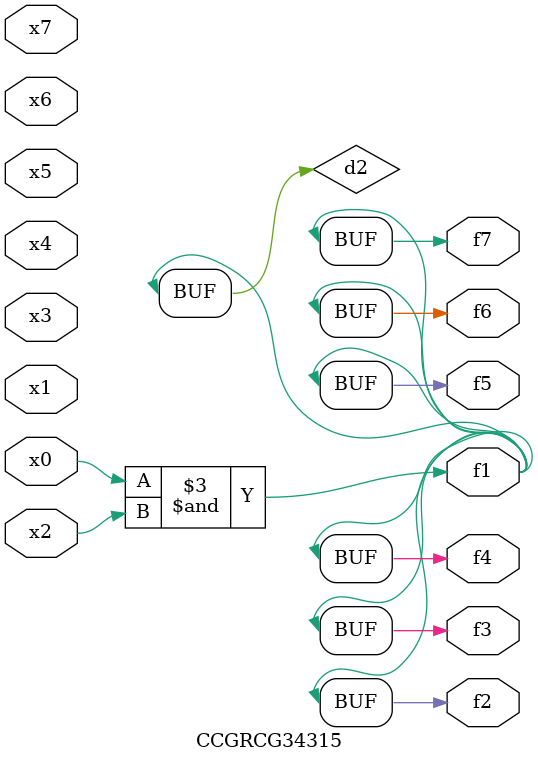
<source format=v>
module CCGRCG34315(
	input x0, x1, x2, x3, x4, x5, x6, x7,
	output f1, f2, f3, f4, f5, f6, f7
);

	wire d1, d2;

	nor (d1, x3, x6);
	and (d2, x0, x2);
	assign f1 = d2;
	assign f2 = d2;
	assign f3 = d2;
	assign f4 = d2;
	assign f5 = d2;
	assign f6 = d2;
	assign f7 = d2;
endmodule

</source>
